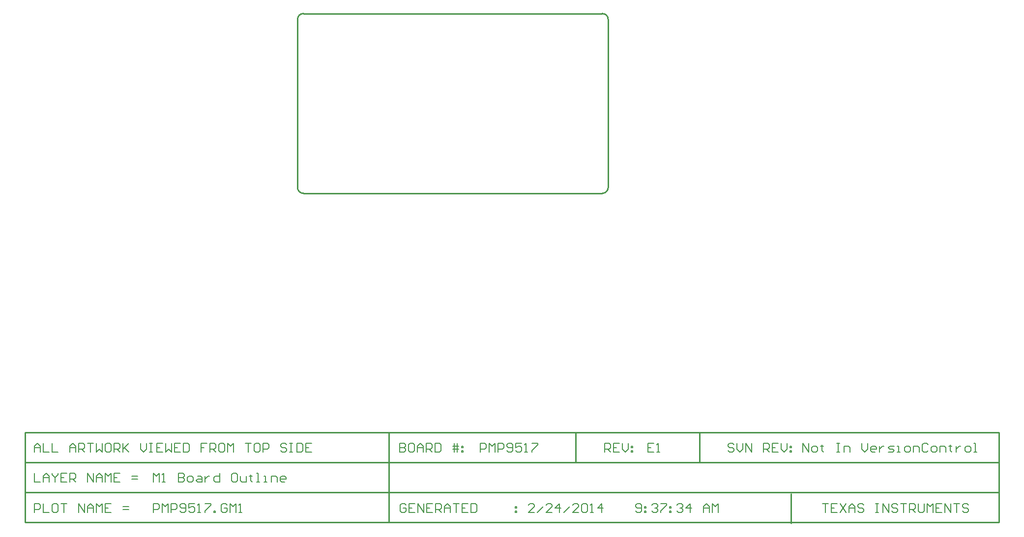
<source format=gm1>
%FSAX25Y25*%
%MOIN*%
G70*
G01*
G75*
G04 Layer_Color=65280*
%ADD10R,0.06300X0.05000*%
%ADD11C,0.01969*%
%ADD12C,0.03937*%
%ADD13C,0.00800*%
%ADD14C,0.01000*%
%ADD15C,0.31496*%
%ADD16C,0.05512*%
%ADD17R,0.05512X0.05512*%
%ADD18R,0.05118X0.05118*%
%ADD19C,0.05118*%
%ADD20C,0.11811*%
%ADD21C,0.06000*%
%ADD22C,0.06299*%
%ADD23R,0.06299X0.06299*%
%ADD24C,0.05906*%
%ADD25R,0.05118X0.05118*%
%ADD26C,0.05315*%
%ADD27C,0.07874*%
%ADD28C,0.08700*%
%ADD29C,0.03937*%
%ADD30R,0.05000X0.06300*%
%ADD31R,0.05512X0.05472*%
%ADD32R,0.19134X0.13228*%
%ADD33R,0.07284X0.05118*%
%ADD34R,0.03740X0.03937*%
%ADD35R,0.03937X0.03740*%
%ADD36R,0.13780X0.05906*%
%ADD37R,0.05512X0.03543*%
%ADD38R,0.05512X0.08661*%
%ADD39R,0.10630X0.05118*%
%ADD40R,0.05984X0.04724*%
%ADD41R,0.08500X0.10799*%
%ADD42R,0.04803X0.03602*%
%ADD43O,0.08661X0.02362*%
%ADD44C,0.03150*%
%ADD45C,0.00700*%
%ADD46C,0.00787*%
%ADD47C,0.00500*%
%ADD48C,0.00799*%
%ADD49C,0.01400*%
%ADD50C,0.00984*%
%ADD51C,0.00591*%
%ADD52R,0.06900X0.05600*%
%ADD53C,0.32096*%
%ADD54C,0.00600*%
%ADD55C,0.06112*%
%ADD56R,0.06112X0.06112*%
%ADD57R,0.05718X0.05718*%
%ADD58C,0.05718*%
%ADD59C,0.12411*%
%ADD60C,0.06600*%
%ADD61C,0.06899*%
%ADD62R,0.06899X0.06899*%
%ADD63C,0.06506*%
%ADD64R,0.05718X0.05718*%
%ADD65C,0.05915*%
%ADD66C,0.08268*%
%ADD67C,0.00394*%
%ADD68C,0.09300*%
%ADD69R,0.05600X0.06900*%
%ADD70R,0.06112X0.06072*%
%ADD71R,0.19734X0.13828*%
%ADD72R,0.07883X0.05718*%
%ADD73R,0.04340X0.04537*%
%ADD74R,0.04537X0.04340*%
%ADD75C,0.07874*%
%ADD76R,0.14379X0.06506*%
%ADD77R,0.06112X0.04143*%
%ADD78R,0.06112X0.09261*%
%ADD79R,0.11230X0.05718*%
%ADD80R,0.06584X0.05324*%
%ADD81R,0.09100X0.11399*%
%ADD82R,0.05403X0.04202*%
%ADD83O,0.09261X0.02962*%
%ADD84C,0.00000*%
%ADD85C,0.00709*%
%ADD86R,0.30000X0.10000*%
%ADD87R,0.08600X0.02000*%
%ADD88R,0.02000X0.01500*%
%ADD89R,0.02000X0.16400*%
%ADD90R,0.09200X0.02000*%
G54D13*
X0126900Y0067551D02*
Y0073549D01*
X0128899Y0071549D01*
X0130899Y0073549D01*
Y0067551D01*
X0132898D02*
X0134897D01*
X0133898D01*
Y0073549D01*
X0132898Y0072549D01*
X0143895Y0073549D02*
Y0067551D01*
X0146894D01*
X0147893Y0068550D01*
Y0069550D01*
X0146894Y0070550D01*
X0143895D01*
X0146894D01*
X0147893Y0071549D01*
Y0072549D01*
X0146894Y0073549D01*
X0143895D01*
X0150892Y0067551D02*
X0152892D01*
X0153891Y0068550D01*
Y0070550D01*
X0152892Y0071549D01*
X0150892D01*
X0149893Y0070550D01*
Y0068550D01*
X0150892Y0067551D01*
X0156890Y0071549D02*
X0158890D01*
X0159889Y0070550D01*
Y0067551D01*
X0156890D01*
X0155891Y0068550D01*
X0156890Y0069550D01*
X0159889D01*
X0161889Y0071549D02*
Y0067551D01*
Y0069550D01*
X0162888Y0070550D01*
X0163888Y0071549D01*
X0164888D01*
X0171885Y0073549D02*
Y0067551D01*
X0168886D01*
X0167887Y0068550D01*
Y0070550D01*
X0168886Y0071549D01*
X0171885D01*
X0182882Y0073549D02*
X0180883D01*
X0179883Y0072549D01*
Y0068550D01*
X0180883Y0067551D01*
X0182882D01*
X0183882Y0068550D01*
Y0072549D01*
X0182882Y0073549D01*
X0185881Y0071549D02*
Y0068550D01*
X0186881Y0067551D01*
X0189880D01*
Y0071549D01*
X0192879Y0072549D02*
Y0071549D01*
X0191879D01*
X0193878D01*
X0192879D01*
Y0068550D01*
X0193878Y0067551D01*
X0196877D02*
X0198877D01*
X0197877D01*
Y0073549D01*
X0196877D01*
X0201876Y0067551D02*
X0203875D01*
X0202875D01*
Y0071549D01*
X0201876D01*
X0206874Y0067551D02*
Y0071549D01*
X0209873D01*
X0210873Y0070550D01*
Y0067551D01*
X0215871D02*
X0213872D01*
X0212872Y0068550D01*
Y0070550D01*
X0213872Y0071549D01*
X0215871D01*
X0216871Y0070550D01*
Y0069550D01*
X0212872D01*
X0567400Y0087833D02*
Y0093831D01*
X0571399Y0087833D01*
Y0093831D01*
X0574398Y0087833D02*
X0576397D01*
X0577397Y0088833D01*
Y0090832D01*
X0576397Y0091832D01*
X0574398D01*
X0573398Y0090832D01*
Y0088833D01*
X0574398Y0087833D01*
X0580396Y0092832D02*
Y0091832D01*
X0579396D01*
X0581395D01*
X0580396D01*
Y0088833D01*
X0581395Y0087833D01*
X0590393Y0093831D02*
X0592392D01*
X0591392D01*
Y0087833D01*
X0590393D01*
X0592392D01*
X0595391D02*
Y0091832D01*
X0598390D01*
X0599390Y0090832D01*
Y0087833D01*
X0607387Y0093831D02*
Y0089833D01*
X0609386Y0087833D01*
X0611386Y0089833D01*
Y0093831D01*
X0616384Y0087833D02*
X0614385D01*
X0613385Y0088833D01*
Y0090832D01*
X0614385Y0091832D01*
X0616384D01*
X0617384Y0090832D01*
Y0089833D01*
X0613385D01*
X0619383Y0091832D02*
Y0087833D01*
Y0089833D01*
X0620383Y0090832D01*
X0621383Y0091832D01*
X0622382D01*
X0625381Y0087833D02*
X0628380D01*
X0629380Y0088833D01*
X0628380Y0089833D01*
X0626381D01*
X0625381Y0090832D01*
X0626381Y0091832D01*
X0629380D01*
X0631379Y0087833D02*
X0633379D01*
X0632379D01*
Y0091832D01*
X0631379D01*
X0637377Y0087833D02*
X0639377D01*
X0640376Y0088833D01*
Y0090832D01*
X0639377Y0091832D01*
X0637377D01*
X0636378Y0090832D01*
Y0088833D01*
X0637377Y0087833D01*
X0642376D02*
Y0091832D01*
X0645375D01*
X0646374Y0090832D01*
Y0087833D01*
X0652373Y0092832D02*
X0651373Y0093831D01*
X0649373D01*
X0648374Y0092832D01*
Y0088833D01*
X0649373Y0087833D01*
X0651373D01*
X0652373Y0088833D01*
X0655372Y0087833D02*
X0657371D01*
X0658371Y0088833D01*
Y0090832D01*
X0657371Y0091832D01*
X0655372D01*
X0654372Y0090832D01*
Y0088833D01*
X0655372Y0087833D01*
X0660370D02*
Y0091832D01*
X0663369D01*
X0664369Y0090832D01*
Y0087833D01*
X0667368Y0092832D02*
Y0091832D01*
X0666368D01*
X0668367D01*
X0667368D01*
Y0088833D01*
X0668367Y0087833D01*
X0671366Y0091832D02*
Y0087833D01*
Y0089833D01*
X0672366Y0090832D01*
X0673366Y0091832D01*
X0674365D01*
X0678364Y0087833D02*
X0680364D01*
X0681363Y0088833D01*
Y0090832D01*
X0680364Y0091832D01*
X0678364D01*
X0677364Y0090832D01*
Y0088833D01*
X0678364Y0087833D01*
X0683362D02*
X0685362D01*
X0684362D01*
Y0093831D01*
X0683362D01*
X0520799Y0092832D02*
X0519799Y0093831D01*
X0517800D01*
X0516800Y0092832D01*
Y0091832D01*
X0517800Y0090832D01*
X0519799D01*
X0520799Y0089833D01*
Y0088833D01*
X0519799Y0087833D01*
X0517800D01*
X0516800Y0088833D01*
X0522798Y0093831D02*
Y0089833D01*
X0524797Y0087833D01*
X0526797Y0089833D01*
Y0093831D01*
X0528796Y0087833D02*
Y0093831D01*
X0532795Y0087833D01*
Y0093831D01*
X0540792Y0087833D02*
Y0093831D01*
X0543791D01*
X0544791Y0092832D01*
Y0090832D01*
X0543791Y0089833D01*
X0540792D01*
X0542792D02*
X0544791Y0087833D01*
X0550789Y0093831D02*
X0546790D01*
Y0087833D01*
X0550789D01*
X0546790Y0090832D02*
X0548790D01*
X0552788Y0093831D02*
Y0089833D01*
X0554788Y0087833D01*
X0556787Y0089833D01*
Y0093831D01*
X0558786Y0091832D02*
X0559786D01*
Y0090832D01*
X0558786D01*
Y0091832D01*
Y0088833D02*
X0559786D01*
Y0087833D01*
X0558786D01*
Y0088833D01*
X0433000Y0087833D02*
Y0093831D01*
X0435999D01*
X0436999Y0092832D01*
Y0090832D01*
X0435999Y0089833D01*
X0433000D01*
X0434999D02*
X0436999Y0087833D01*
X0442997Y0093831D02*
X0438998D01*
Y0087833D01*
X0442997D01*
X0438998Y0090832D02*
X0440997D01*
X0444996Y0093831D02*
Y0089833D01*
X0446995Y0087833D01*
X0448995Y0089833D01*
Y0093831D01*
X0450994Y0091832D02*
X0451994D01*
Y0090832D01*
X0450994D01*
Y0091832D01*
Y0088833D02*
X0451994D01*
Y0087833D01*
X0450994D01*
Y0088833D01*
X0126900Y0046966D02*
Y0052965D01*
X0129899D01*
X0130899Y0051965D01*
Y0049966D01*
X0129899Y0048966D01*
X0126900D01*
X0132898Y0046966D02*
Y0052965D01*
X0134897Y0050965D01*
X0136897Y0052965D01*
Y0046966D01*
X0138896D02*
Y0052965D01*
X0141895D01*
X0142895Y0051965D01*
Y0049966D01*
X0141895Y0048966D01*
X0138896D01*
X0144894Y0047966D02*
X0145894Y0046966D01*
X0147893D01*
X0148893Y0047966D01*
Y0051965D01*
X0147893Y0052965D01*
X0145894D01*
X0144894Y0051965D01*
Y0050965D01*
X0145894Y0049966D01*
X0148893D01*
X0154891Y0052965D02*
X0150892D01*
Y0049966D01*
X0152892Y0050965D01*
X0153891D01*
X0154891Y0049966D01*
Y0047966D01*
X0153891Y0046966D01*
X0151892D01*
X0150892Y0047966D01*
X0156890Y0046966D02*
X0158890D01*
X0157890D01*
Y0052965D01*
X0156890Y0051965D01*
X0161889Y0052965D02*
X0165887D01*
Y0051965D01*
X0161889Y0047966D01*
Y0046966D01*
X0167887D02*
Y0047966D01*
X0168886D01*
Y0046966D01*
X0167887D01*
X0176884Y0051965D02*
X0175884Y0052965D01*
X0173885D01*
X0172885Y0051965D01*
Y0047966D01*
X0173885Y0046966D01*
X0175884D01*
X0176884Y0047966D01*
Y0049966D01*
X0174884D01*
X0178883Y0046966D02*
Y0052965D01*
X0180883Y0050965D01*
X0182882Y0052965D01*
Y0046966D01*
X0184881D02*
X0186881D01*
X0185881D01*
Y0052965D01*
X0184881Y0051965D01*
X0385149Y0046966D02*
X0381150D01*
X0385149Y0050965D01*
Y0051965D01*
X0384149Y0052965D01*
X0382150D01*
X0381150Y0051965D01*
X0387148Y0046966D02*
X0391147Y0050965D01*
X0397145Y0046966D02*
X0393146D01*
X0397145Y0050965D01*
Y0051965D01*
X0396145Y0052965D01*
X0394146D01*
X0393146Y0051965D01*
X0402143Y0046966D02*
Y0052965D01*
X0399144Y0049966D01*
X0403143D01*
X0405142Y0046966D02*
X0409141Y0050965D01*
X0415139Y0046966D02*
X0411140D01*
X0415139Y0050965D01*
Y0051965D01*
X0414139Y0052965D01*
X0412140D01*
X0411140Y0051965D01*
X0417138D02*
X0418138Y0052965D01*
X0420137D01*
X0421137Y0051965D01*
Y0047966D01*
X0420137Y0046966D01*
X0418138D01*
X0417138Y0047966D01*
Y0051965D01*
X0423136Y0046966D02*
X0425136D01*
X0424136D01*
Y0052965D01*
X0423136Y0051965D01*
X0431134Y0046966D02*
Y0052965D01*
X0428135Y0049966D01*
X0432133D01*
X0298199Y0051965D02*
X0297199Y0052965D01*
X0295200D01*
X0294200Y0051965D01*
Y0047966D01*
X0295200Y0046966D01*
X0297199D01*
X0298199Y0047966D01*
Y0049966D01*
X0296199D01*
X0304197Y0052965D02*
X0300198D01*
Y0046966D01*
X0304197D01*
X0300198Y0049966D02*
X0302197D01*
X0306196Y0046966D02*
Y0052965D01*
X0310195Y0046966D01*
Y0052965D01*
X0316193D02*
X0312194D01*
Y0046966D01*
X0316193D01*
X0312194Y0049966D02*
X0314194D01*
X0318192Y0046966D02*
Y0052965D01*
X0321191D01*
X0322191Y0051965D01*
Y0049966D01*
X0321191Y0048966D01*
X0318192D01*
X0320192D02*
X0322191Y0046966D01*
X0324190D02*
Y0050965D01*
X0326190Y0052965D01*
X0328189Y0050965D01*
Y0046966D01*
Y0049966D01*
X0324190D01*
X0330188Y0052965D02*
X0334187D01*
X0332188D01*
Y0046966D01*
X0340185Y0052965D02*
X0336186D01*
Y0046966D01*
X0340185D01*
X0336186Y0049966D02*
X0338186D01*
X0342184Y0052965D02*
Y0046966D01*
X0345183D01*
X0346183Y0047966D01*
Y0051965D01*
X0345183Y0052965D01*
X0342184D01*
X0372175Y0050965D02*
X0373175D01*
Y0049966D01*
X0372175D01*
Y0050965D01*
Y0047966D02*
X0373175D01*
Y0046966D01*
X0372175D01*
Y0047966D01*
X0046350Y0087833D02*
Y0091832D01*
X0048349Y0093831D01*
X0050349Y0091832D01*
Y0087833D01*
Y0090832D01*
X0046350D01*
X0052348Y0093831D02*
Y0087833D01*
X0056347D01*
X0058346Y0093831D02*
Y0087833D01*
X0062345D01*
X0070342D02*
Y0091832D01*
X0072342Y0093831D01*
X0074341Y0091832D01*
Y0087833D01*
Y0090832D01*
X0070342D01*
X0076340Y0087833D02*
Y0093831D01*
X0079339D01*
X0080339Y0092832D01*
Y0090832D01*
X0079339Y0089833D01*
X0076340D01*
X0078340D02*
X0080339Y0087833D01*
X0082338Y0093831D02*
X0086337D01*
X0084338D01*
Y0087833D01*
X0088336Y0093831D02*
Y0087833D01*
X0090336Y0089833D01*
X0092335Y0087833D01*
Y0093831D01*
X0097334D02*
X0095334D01*
X0094335Y0092832D01*
Y0088833D01*
X0095334Y0087833D01*
X0097334D01*
X0098333Y0088833D01*
Y0092832D01*
X0097334Y0093831D01*
X0100332Y0087833D02*
Y0093831D01*
X0103332D01*
X0104331Y0092832D01*
Y0090832D01*
X0103332Y0089833D01*
X0100332D01*
X0102332D02*
X0104331Y0087833D01*
X0106331Y0093831D02*
Y0087833D01*
Y0089833D01*
X0110329Y0093831D01*
X0107330Y0090832D01*
X0110329Y0087833D01*
X0118327Y0093831D02*
Y0089833D01*
X0120326Y0087833D01*
X0122325Y0089833D01*
Y0093831D01*
X0124325D02*
X0126324D01*
X0125324D01*
Y0087833D01*
X0124325D01*
X0126324D01*
X0133322Y0093831D02*
X0129323D01*
Y0087833D01*
X0133322D01*
X0129323Y0090832D02*
X0131323D01*
X0135321Y0093831D02*
Y0087833D01*
X0137321Y0089833D01*
X0139320Y0087833D01*
Y0093831D01*
X0145318D02*
X0141319D01*
Y0087833D01*
X0145318D01*
X0141319Y0090832D02*
X0143319D01*
X0147317Y0093831D02*
Y0087833D01*
X0150316D01*
X0151316Y0088833D01*
Y0092832D01*
X0150316Y0093831D01*
X0147317D01*
X0163312D02*
X0159313D01*
Y0090832D01*
X0161313D01*
X0159313D01*
Y0087833D01*
X0165312D02*
Y0093831D01*
X0168310D01*
X0169310Y0092832D01*
Y0090832D01*
X0168310Y0089833D01*
X0165312D01*
X0167311D02*
X0169310Y0087833D01*
X0174309Y0093831D02*
X0172309D01*
X0171310Y0092832D01*
Y0088833D01*
X0172309Y0087833D01*
X0174309D01*
X0175308Y0088833D01*
Y0092832D01*
X0174309Y0093831D01*
X0177308Y0087833D02*
Y0093831D01*
X0179307Y0091832D01*
X0181306Y0093831D01*
Y0087833D01*
X0189304Y0093831D02*
X0193303D01*
X0191303D01*
Y0087833D01*
X0198301Y0093831D02*
X0196301D01*
X0195302Y0092832D01*
Y0088833D01*
X0196301Y0087833D01*
X0198301D01*
X0199301Y0088833D01*
Y0092832D01*
X0198301Y0093831D01*
X0201300Y0087833D02*
Y0093831D01*
X0204299D01*
X0205299Y0092832D01*
Y0090832D01*
X0204299Y0089833D01*
X0201300D01*
X0217295Y0092832D02*
X0216295Y0093831D01*
X0214296D01*
X0213296Y0092832D01*
Y0091832D01*
X0214296Y0090832D01*
X0216295D01*
X0217295Y0089833D01*
Y0088833D01*
X0216295Y0087833D01*
X0214296D01*
X0213296Y0088833D01*
X0219294Y0093831D02*
X0221293D01*
X0220294D01*
Y0087833D01*
X0219294D01*
X0221293D01*
X0224292Y0093831D02*
Y0087833D01*
X0227291D01*
X0228291Y0088833D01*
Y0092832D01*
X0227291Y0093831D01*
X0224292D01*
X0234289D02*
X0230291D01*
Y0087833D01*
X0234289D01*
X0230291Y0090832D02*
X0232290D01*
X0466149Y0093831D02*
X0462150D01*
Y0087833D01*
X0466149D01*
X0462150Y0090832D02*
X0464149D01*
X0468148Y0087833D02*
X0470147D01*
X0469148D01*
Y0093831D01*
X0468148Y0092832D01*
X0348550Y0087833D02*
Y0093831D01*
X0351549D01*
X0352549Y0092832D01*
Y0090832D01*
X0351549Y0089833D01*
X0348550D01*
X0354548Y0087833D02*
Y0093831D01*
X0356547Y0091832D01*
X0358547Y0093831D01*
Y0087833D01*
X0360546D02*
Y0093831D01*
X0363545D01*
X0364545Y0092832D01*
Y0090832D01*
X0363545Y0089833D01*
X0360546D01*
X0366544Y0088833D02*
X0367544Y0087833D01*
X0369543D01*
X0370543Y0088833D01*
Y0092832D01*
X0369543Y0093831D01*
X0367544D01*
X0366544Y0092832D01*
Y0091832D01*
X0367544Y0090832D01*
X0370543D01*
X0376541Y0093831D02*
X0372542D01*
Y0090832D01*
X0374542Y0091832D01*
X0375541D01*
X0376541Y0090832D01*
Y0088833D01*
X0375541Y0087833D01*
X0373542D01*
X0372542Y0088833D01*
X0378540Y0087833D02*
X0380540D01*
X0379540D01*
Y0093831D01*
X0378540Y0092832D01*
X0383539Y0093831D02*
X0387537D01*
Y0092832D01*
X0383539Y0088833D01*
Y0087833D01*
X0294000Y0093831D02*
Y0087833D01*
X0296999D01*
X0297999Y0088833D01*
Y0089833D01*
X0296999Y0090832D01*
X0294000D01*
X0296999D01*
X0297999Y0091832D01*
Y0092832D01*
X0296999Y0093831D01*
X0294000D01*
X0302997D02*
X0300998D01*
X0299998Y0092832D01*
Y0088833D01*
X0300998Y0087833D01*
X0302997D01*
X0303997Y0088833D01*
Y0092832D01*
X0302997Y0093831D01*
X0305996Y0087833D02*
Y0091832D01*
X0307996Y0093831D01*
X0309995Y0091832D01*
Y0087833D01*
Y0090832D01*
X0305996D01*
X0311994Y0087833D02*
Y0093831D01*
X0314993D01*
X0315993Y0092832D01*
Y0090832D01*
X0314993Y0089833D01*
X0311994D01*
X0313994D02*
X0315993Y0087833D01*
X0317992Y0093831D02*
Y0087833D01*
X0320991D01*
X0321991Y0088833D01*
Y0092832D01*
X0320991Y0093831D01*
X0317992D01*
X0330988Y0087833D02*
Y0093831D01*
X0332987D02*
Y0087833D01*
X0329988Y0091832D02*
X0332987D01*
X0333987D01*
X0329988Y0089833D02*
X0333987D01*
X0335986Y0091832D02*
X0336986D01*
Y0090832D01*
X0335986D01*
Y0091832D01*
Y0088833D02*
X0336986D01*
Y0087833D01*
X0335986D01*
Y0088833D01*
X0046350Y0073549D02*
Y0067551D01*
X0050349D01*
X0052348D02*
Y0071549D01*
X0054347Y0073549D01*
X0056347Y0071549D01*
Y0067551D01*
Y0070550D01*
X0052348D01*
X0058346Y0073549D02*
Y0072549D01*
X0060346Y0070550D01*
X0062345Y0072549D01*
Y0073549D01*
X0060346Y0070550D02*
Y0067551D01*
X0068343Y0073549D02*
X0064344D01*
Y0067551D01*
X0068343D01*
X0064344Y0070550D02*
X0066343D01*
X0070342Y0067551D02*
Y0073549D01*
X0073341D01*
X0074341Y0072549D01*
Y0070550D01*
X0073341Y0069550D01*
X0070342D01*
X0072342D02*
X0074341Y0067551D01*
X0082338D02*
Y0073549D01*
X0086337Y0067551D01*
Y0073549D01*
X0088336Y0067551D02*
Y0071549D01*
X0090336Y0073549D01*
X0092335Y0071549D01*
Y0067551D01*
Y0070550D01*
X0088336D01*
X0094335Y0067551D02*
Y0073549D01*
X0096334Y0071549D01*
X0098333Y0073549D01*
Y0067551D01*
X0104331Y0073549D02*
X0100332D01*
Y0067551D01*
X0104331D01*
X0100332Y0070550D02*
X0102332D01*
X0112329Y0069550D02*
X0116327D01*
X0112329Y0071549D02*
X0116327D01*
X0046350Y0046966D02*
Y0052965D01*
X0049349D01*
X0050349Y0051965D01*
Y0049966D01*
X0049349Y0048966D01*
X0046350D01*
X0052348Y0052965D02*
Y0046966D01*
X0056347D01*
X0061345Y0052965D02*
X0059346D01*
X0058346Y0051965D01*
Y0047966D01*
X0059346Y0046966D01*
X0061345D01*
X0062345Y0047966D01*
Y0051965D01*
X0061345Y0052965D01*
X0064344D02*
X0068343D01*
X0066343D01*
Y0046966D01*
X0076340D02*
Y0052965D01*
X0080339Y0046966D01*
Y0052965D01*
X0082338Y0046966D02*
Y0050965D01*
X0084338Y0052965D01*
X0086337Y0050965D01*
Y0046966D01*
Y0049966D01*
X0082338D01*
X0088336Y0046966D02*
Y0052965D01*
X0090336Y0050965D01*
X0092335Y0052965D01*
Y0046966D01*
X0098333Y0052965D02*
X0094335D01*
Y0046966D01*
X0098333D01*
X0094335Y0049966D02*
X0096334D01*
X0106331Y0048966D02*
X0110329D01*
X0106331Y0050965D02*
X0110329D01*
X0454050Y0047966D02*
X0455050Y0046966D01*
X0457049D01*
X0458049Y0047966D01*
Y0051965D01*
X0457049Y0052965D01*
X0455050D01*
X0454050Y0051965D01*
Y0050965D01*
X0455050Y0049966D01*
X0458049D01*
X0460048Y0050965D02*
X0461048D01*
Y0049966D01*
X0460048D01*
Y0050965D01*
Y0047966D02*
X0461048D01*
Y0046966D01*
X0460048D01*
Y0047966D01*
X0465046Y0051965D02*
X0466046Y0052965D01*
X0468046D01*
X0469045Y0051965D01*
Y0050965D01*
X0468046Y0049966D01*
X0467046D01*
X0468046D01*
X0469045Y0048966D01*
Y0047966D01*
X0468046Y0046966D01*
X0466046D01*
X0465046Y0047966D01*
X0471044Y0052965D02*
X0475043D01*
Y0051965D01*
X0471044Y0047966D01*
Y0046966D01*
X0477043Y0050965D02*
X0478042D01*
Y0049966D01*
X0477043D01*
Y0050965D01*
Y0047966D02*
X0478042D01*
Y0046966D01*
X0477043D01*
Y0047966D01*
X0482041Y0051965D02*
X0483041Y0052965D01*
X0485040D01*
X0486040Y0051965D01*
Y0050965D01*
X0485040Y0049966D01*
X0484040D01*
X0485040D01*
X0486040Y0048966D01*
Y0047966D01*
X0485040Y0046966D01*
X0483041D01*
X0482041Y0047966D01*
X0491038Y0046966D02*
Y0052965D01*
X0488039Y0049966D01*
X0492038D01*
X0500035Y0046966D02*
Y0050965D01*
X0502035Y0052965D01*
X0504034Y0050965D01*
Y0046966D01*
Y0049966D01*
X0500035D01*
X0506033Y0046966D02*
Y0052965D01*
X0508033Y0050965D01*
X0510032Y0052965D01*
Y0046966D01*
X0580500Y0052965D02*
X0584499D01*
X0582499D01*
Y0046966D01*
X0590497Y0052965D02*
X0586498D01*
Y0046966D01*
X0590497D01*
X0586498Y0049966D02*
X0588497D01*
X0592496Y0052965D02*
X0596495Y0046966D01*
Y0052965D02*
X0592496Y0046966D01*
X0598494D02*
Y0050965D01*
X0600493Y0052965D01*
X0602493Y0050965D01*
Y0046966D01*
Y0049966D01*
X0598494D01*
X0608491Y0051965D02*
X0607491Y0052965D01*
X0605492D01*
X0604492Y0051965D01*
Y0050965D01*
X0605492Y0049966D01*
X0607491D01*
X0608491Y0048966D01*
Y0047966D01*
X0607491Y0046966D01*
X0605492D01*
X0604492Y0047966D01*
X0616488Y0052965D02*
X0618488D01*
X0617488D01*
Y0046966D01*
X0616488D01*
X0618488D01*
X0621487D02*
Y0052965D01*
X0625486Y0046966D01*
Y0052965D01*
X0631484Y0051965D02*
X0630484Y0052965D01*
X0628484D01*
X0627485Y0051965D01*
Y0050965D01*
X0628484Y0049966D01*
X0630484D01*
X0631484Y0048966D01*
Y0047966D01*
X0630484Y0046966D01*
X0628484D01*
X0627485Y0047966D01*
X0633483Y0052965D02*
X0637482D01*
X0635482D01*
Y0046966D01*
X0639481D02*
Y0052965D01*
X0642480D01*
X0643480Y0051965D01*
Y0049966D01*
X0642480Y0048966D01*
X0639481D01*
X0641480D02*
X0643480Y0046966D01*
X0645479Y0052965D02*
Y0047966D01*
X0646479Y0046966D01*
X0648478D01*
X0649478Y0047966D01*
Y0052965D01*
X0651477Y0046966D02*
Y0052965D01*
X0653476Y0050965D01*
X0655476Y0052965D01*
Y0046966D01*
X0661474Y0052965D02*
X0657475D01*
Y0046966D01*
X0661474D01*
X0657475Y0049966D02*
X0659474D01*
X0663473Y0046966D02*
Y0052965D01*
X0667472Y0046966D01*
Y0052965D01*
X0669471D02*
X0673470D01*
X0671471D01*
Y0046966D01*
X0679468Y0051965D02*
X0678468Y0052965D01*
X0676469D01*
X0675469Y0051965D01*
Y0050965D01*
X0676469Y0049966D01*
X0678468D01*
X0679468Y0048966D01*
Y0047966D01*
X0678468Y0046966D01*
X0676469D01*
X0675469Y0047966D01*
G54D14*
X0435342Y0381747D02*
G03*
X0431405Y0385683I-0003937J0000000D01*
G01*
X0431405Y0263636D02*
G03*
X0435342Y0267573I0000000J0003937D01*
G01*
X0228649Y0385683D02*
G03*
X0224712Y0381747I0000000J-0003937D01*
G01*
X0224712Y0267573D02*
G03*
X0228649Y0263636I0003937J0000000D01*
G01*
X0224712Y0267573D02*
Y0381747D01*
X0228649Y0263636D02*
X0431405D01*
X0435342Y0267573D02*
Y0381747D01*
X0228649Y0385683D02*
X0431405D01*
X0497200Y0080717D02*
Y0101050D01*
X0413200Y0080717D02*
Y0101050D01*
X0040000Y0080717D02*
X0700200D01*
X0040000Y0060383D02*
X0700000D01*
X0040000Y0040050D02*
X0440500D01*
X0040050Y0101050D02*
X0700200D01*
X0040050Y0040050D02*
Y0101050D01*
Y0040050D02*
X0197600D01*
X0040000D02*
Y0101050D01*
X0286500Y0040050D02*
Y0101050D01*
X0700200Y0040050D02*
Y0101050D01*
X0440500Y0040050D02*
X0700200D01*
X0559400Y0039400D02*
Y0059683D01*
M02*

</source>
